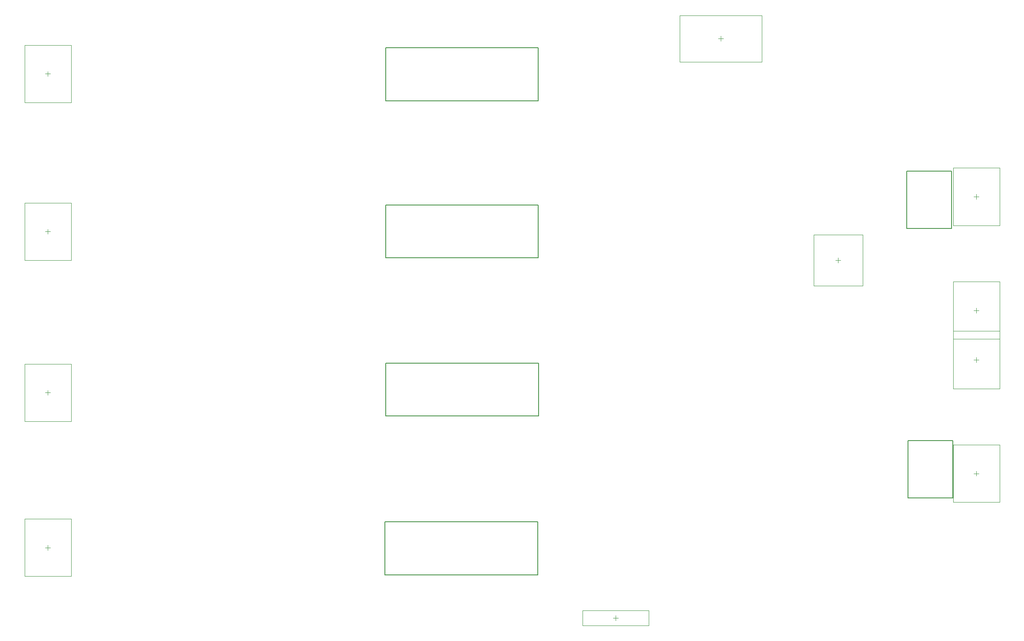
<source format=gbr>
%TF.GenerationSoftware,Altium Limited,Altium Designer,21.6.4 (81)*%
G04 Layer_Color=16711935*
%FSLAX43Y43*%
%MOMM*%
%TF.SameCoordinates,95A2699C-722C-4572-8EE5-7BEA9F810E30*%
%TF.FilePolarity,Positive*%
%TF.FileFunction,Other,Top_Courtyard*%
%TF.Part,Single*%
G01*
G75*
%TA.AperFunction,NonConductor*%
%ADD94C,0.200*%
%ADD138C,0.050*%
D94*
X-126251Y111373D02*
X-95391D01*
X-126251D02*
Y122073D01*
X-95391D01*
Y111373D02*
Y122073D01*
X-126251Y79573D02*
X-95391D01*
X-126251D02*
Y90273D01*
X-95391D01*
Y79573D02*
Y90273D01*
X-126378Y15438D02*
X-95518D01*
X-126378D02*
Y26138D01*
X-95518D01*
Y15438D02*
Y26138D01*
X-11629Y30984D02*
Y42584D01*
X-20629Y30984D02*
X-11629D01*
X-20629D02*
Y42584D01*
X-11629D01*
X-20883Y85473D02*
Y97073D01*
X-11883D01*
Y85473D02*
Y97073D01*
X-20883Y85473D02*
X-11883D01*
X-126224Y47569D02*
X-95364D01*
X-126224D02*
Y58269D01*
X-95364D01*
Y47569D02*
Y58269D01*
D138*
X-35298Y79081D02*
X-34298D01*
X-34798Y78581D02*
Y79581D01*
X-39748Y73881D02*
Y84281D01*
X-29848D01*
Y73881D02*
Y84281D01*
X-39748Y73881D02*
X-29848D01*
X-80256Y6691D02*
X-79256D01*
X-79756Y6191D02*
Y7191D01*
X-86456Y8236D02*
X-73056D01*
Y5146D02*
Y8236D01*
X-86456Y5146D02*
X-73056D01*
X-86456D02*
Y8236D01*
X-7350Y68932D02*
X-6350D01*
X-6850Y68432D02*
Y69432D01*
X-11550Y63132D02*
X-2150D01*
Y74732D01*
X-11550D02*
X-2150D01*
X-11550Y63132D02*
Y74732D01*
X-7350Y58928D02*
X-6350D01*
X-6850Y58428D02*
Y59428D01*
X-11550Y53128D02*
X-2150D01*
Y64728D01*
X-11550D02*
X-2150D01*
X-11550Y53128D02*
Y64728D01*
Y30141D02*
Y41741D01*
X-2150D01*
Y30141D02*
Y41741D01*
X-11550Y30141D02*
X-2150D01*
X-6850Y35441D02*
Y36441D01*
X-7350Y35941D02*
X-6350D01*
X-11550Y86148D02*
Y97748D01*
X-2150D01*
Y86148D02*
Y97748D01*
X-11550Y86148D02*
X-2150D01*
X-6850Y91448D02*
Y92448D01*
X-7350Y91948D02*
X-6350D01*
X-50200Y119220D02*
Y128620D01*
X-66800D02*
X-50200D01*
X-66800Y119220D02*
Y128620D01*
Y119220D02*
X-50200D01*
X-59000Y123920D02*
X-58000D01*
X-58500Y123420D02*
Y124420D01*
X-189864Y111000D02*
Y122600D01*
X-199264Y111000D02*
X-189864D01*
X-199264D02*
Y122600D01*
X-189864D01*
X-194564Y116300D02*
Y117300D01*
X-195064Y116800D02*
X-194064D01*
X-189872Y79083D02*
Y90683D01*
X-199272Y79083D02*
X-189872D01*
X-199272D02*
Y90683D01*
X-189872D01*
X-194572Y84383D02*
Y85383D01*
X-195072Y84883D02*
X-194072D01*
X-189864Y46484D02*
Y58084D01*
X-199264Y46484D02*
X-189864D01*
X-199264D02*
Y58084D01*
X-189864D01*
X-194564Y51784D02*
Y52784D01*
X-195064Y52284D02*
X-194064D01*
X-189864Y15115D02*
Y26715D01*
X-199264Y15115D02*
X-189864D01*
X-199264D02*
Y26715D01*
X-189864D01*
X-194564Y20415D02*
Y21415D01*
X-195064Y20915D02*
X-194064D01*
%TF.MD5,ed7d28d4a3593c4be63e1b45d7b0a5dc*%
M02*

</source>
